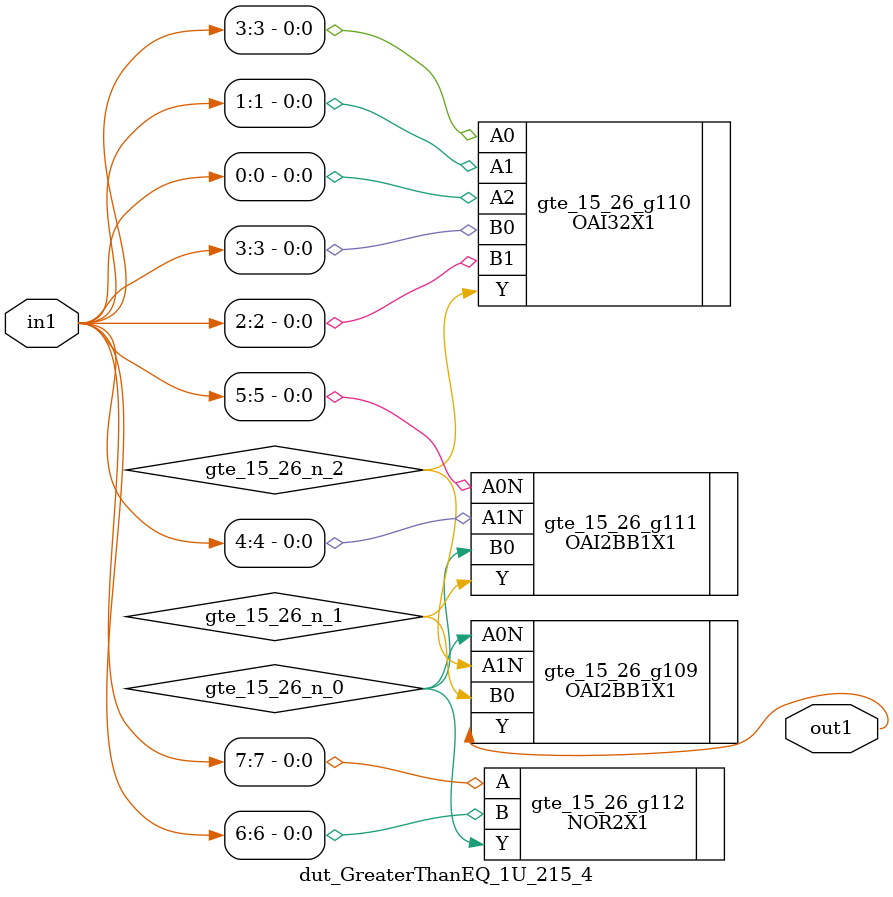
<source format=v>
`timescale 1ps / 1ps


module dut_GreaterThanEQ_1U_215_4(in1, out1);
  input [7:0] in1;
  output out1;
  wire [7:0] in1;
  wire out1;
  wire gte_15_26_n_0, gte_15_26_n_1, gte_15_26_n_2;
  OAI2BB1X1 gte_15_26_g109(.A0N (gte_15_26_n_0), .A1N (gte_15_26_n_2),
       .B0 (gte_15_26_n_1), .Y (out1));
  OAI32X1 gte_15_26_g110(.A0 (in1[3]), .A1 (in1[1]), .A2 (in1[0]), .B0
       (in1[3]), .B1 (in1[2]), .Y (gte_15_26_n_2));
  OAI2BB1X1 gte_15_26_g111(.A0N (in1[5]), .A1N (in1[4]), .B0
       (gte_15_26_n_0), .Y (gte_15_26_n_1));
  NOR2X1 gte_15_26_g112(.A (in1[7]), .B (in1[6]), .Y (gte_15_26_n_0));
endmodule



</source>
